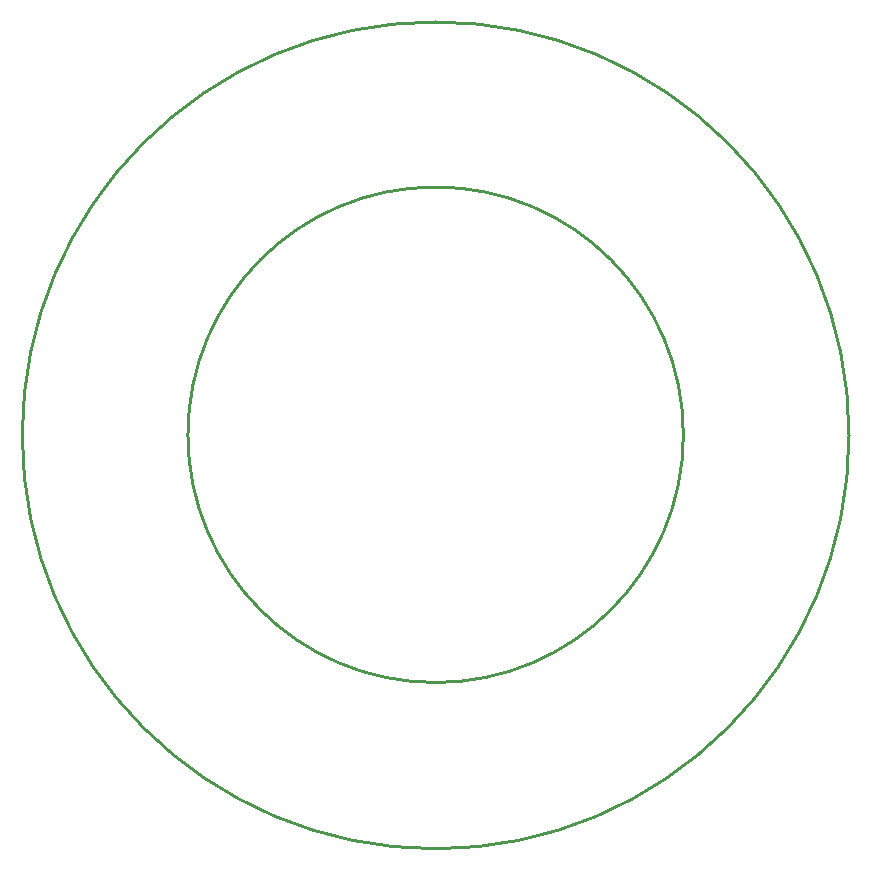
<source format=gm1>
G04*
G04 #@! TF.GenerationSoftware,Altium Limited,CircuitMaker,2.3.0 (2.3.0.3)*
G04*
G04 Layer_Color=16740166*
%FSLAX25Y25*%
%MOIN*%
G70*
G04*
G04 #@! TF.SameCoordinates,F5C641B9-28B3-4D49-9DD8-C7E1E1099596*
G04*
G04*
G04 #@! TF.FilePolarity,Positive*
G04*
G01*
G75*
%ADD10C,0.01000*%
D10*
X82578Y197D02*
G03*
X82578Y197I-82578J0D01*
G01*
X137795Y0D02*
G03*
X137795Y0I-137795J0D01*
G01*
M02*

</source>
